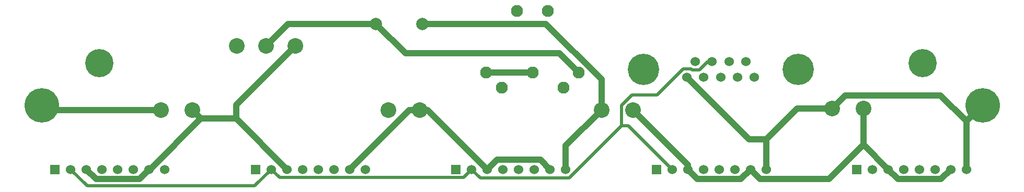
<source format=gbl>
G04 #@! TF.FileFunction,Copper,L2,Bot,Signal*
%FSLAX46Y46*%
G04 Gerber Fmt 4.6, Leading zero omitted, Abs format (unit mm)*
G04 Created by KiCad (PCBNEW 4.0.7-e2-6376~58~ubuntu16.04.1) date Fri Mar  9 14:48:57 2018*
%MOMM*%
%LPD*%
G01*
G04 APERTURE LIST*
%ADD10C,0.150000*%
%ADD11R,1.524000X1.524000*%
%ADD12C,1.524000*%
%ADD13C,5.080000*%
%ADD14C,2.000000*%
%ADD15C,2.540000*%
%ADD16C,1.948180*%
%ADD17C,5.588000*%
%ADD18C,4.572000*%
%ADD19C,1.016000*%
%ADD20C,0.508000*%
G04 APERTURE END LIST*
D10*
D11*
X58064400Y-78486000D03*
D12*
X60604400Y-78486000D03*
X63144400Y-78486000D03*
X65684400Y-78486000D03*
X68224400Y-78486000D03*
X70764400Y-78486000D03*
X73304400Y-78486000D03*
X75844400Y-78486000D03*
D11*
X122987000Y-78486000D03*
D12*
X125527000Y-78486000D03*
X128067000Y-78486000D03*
X130607000Y-78486000D03*
X133147000Y-78486000D03*
X135687000Y-78486000D03*
X138227000Y-78486000D03*
X140767000Y-78486000D03*
D11*
X187909000Y-78486000D03*
D12*
X190449000Y-78486000D03*
X192989000Y-78486000D03*
X195529000Y-78486000D03*
X198069000Y-78486000D03*
X200609000Y-78486000D03*
X203149000Y-78486000D03*
X205689000Y-78486000D03*
D11*
X155448000Y-78486000D03*
D12*
X157988000Y-78486000D03*
X160528000Y-78486000D03*
X163068000Y-78486000D03*
X165608000Y-78486000D03*
X168148000Y-78486000D03*
X170688000Y-78486000D03*
X173228000Y-78486000D03*
D11*
X90525600Y-78486000D03*
D12*
X93065600Y-78486000D03*
X95605600Y-78486000D03*
X98145600Y-78486000D03*
X100685600Y-78486000D03*
X103225600Y-78486000D03*
X105765600Y-78486000D03*
X108305600Y-78486000D03*
X171348400Y-63500000D03*
X168605200Y-63500000D03*
X165862000Y-63500000D03*
X163118800Y-63500000D03*
X160375600Y-63500000D03*
X169976800Y-60960000D03*
X167233600Y-60960000D03*
X164490400Y-60960000D03*
X161747200Y-60960000D03*
D13*
X178384200Y-62230000D03*
X153339800Y-62230000D03*
D14*
X110042000Y-54864000D03*
X117542000Y-54864000D03*
D15*
X96951800Y-58420000D03*
X92202000Y-58420000D03*
X87452200Y-58420000D03*
D16*
X127883920Y-62738000D03*
X135382000Y-62738000D03*
X142880080Y-62738000D03*
X130383280Y-65237360D03*
X140380720Y-65237360D03*
X132882640Y-52738020D03*
X137881360Y-52738020D03*
D17*
X55880000Y-68072000D03*
X208280000Y-68072000D03*
D15*
X80264000Y-68834000D03*
X75184000Y-68834000D03*
X117094000Y-68834000D03*
X112014000Y-68834000D03*
X151638000Y-68834000D03*
X146558000Y-68834000D03*
X188976000Y-68580000D03*
X183896000Y-68580000D03*
D18*
X65214500Y-61264800D03*
X198564000Y-61264800D03*
D19*
X160528000Y-77724000D02*
X160528000Y-78486000D01*
X151638000Y-68834000D02*
X160528000Y-77724000D01*
X194564200Y-80061200D02*
X192989000Y-78486000D01*
X201573800Y-80061200D02*
X194564200Y-80061200D01*
X203149000Y-78486000D02*
X201573800Y-80061200D01*
X64729200Y-80070800D02*
X63144400Y-78486000D01*
X71719600Y-80070800D02*
X64729200Y-80070800D01*
X73304400Y-78486000D02*
X71719600Y-80070800D01*
X129642200Y-76910800D02*
X128067000Y-78486000D01*
X136651800Y-76910800D02*
X129642200Y-76910800D01*
X138227000Y-78486000D02*
X136651800Y-76910800D01*
X118415000Y-68834000D02*
X117094000Y-68834000D01*
X128067000Y-78486000D02*
X118415000Y-68834000D01*
X115417600Y-68834000D02*
X105765600Y-78486000D01*
X117094000Y-68834000D02*
X115417600Y-68834000D01*
X162108500Y-80066500D02*
X160528000Y-78486000D01*
X169107500Y-80066500D02*
X162108500Y-80066500D01*
X170688000Y-78486000D02*
X169107500Y-80066500D01*
X188976000Y-68580000D02*
X188976000Y-74473000D01*
X188976000Y-74473000D02*
X192989000Y-78486000D01*
X183384500Y-80064500D02*
X188976000Y-74473000D01*
X172266500Y-80064500D02*
X183384500Y-80064500D01*
X170688000Y-78486000D02*
X172266500Y-80064500D01*
X80264000Y-68834000D02*
X81686400Y-70256400D01*
X73456900Y-78486000D02*
X73304400Y-78486000D01*
X73456900Y-78485900D02*
X73456900Y-78486000D01*
X81686400Y-70256400D02*
X73456900Y-78485900D01*
X87376000Y-67995800D02*
X87376000Y-70256400D01*
X96951800Y-58420000D02*
X87376000Y-67995800D01*
X95605600Y-78486000D02*
X87376000Y-70256400D01*
X87376000Y-70256400D02*
X81686400Y-70256400D01*
D20*
X150884800Y-71382800D02*
X157988000Y-78486000D01*
X149780200Y-71382800D02*
X150884800Y-71382800D01*
X149780200Y-68069900D02*
X149780200Y-71382800D01*
X151465400Y-66384700D02*
X149780200Y-68069900D01*
X155569200Y-66384700D02*
X151465400Y-66384700D01*
X159790200Y-62163700D02*
X155569200Y-66384700D01*
X161082400Y-62163700D02*
X159790200Y-62163700D01*
X161256300Y-62337600D02*
X161082400Y-62163700D01*
X162412700Y-62337600D02*
X161256300Y-62337600D01*
X163790300Y-60960000D02*
X162412700Y-62337600D01*
X164490400Y-60960000D02*
X163790300Y-60960000D01*
X126907700Y-79866700D02*
X125527000Y-78486000D01*
X141296300Y-79866700D02*
X126907700Y-79866700D01*
X149780200Y-71382800D02*
X141296300Y-79866700D01*
X94391700Y-79812100D02*
X93065600Y-78486000D01*
X124200900Y-79812100D02*
X94391700Y-79812100D01*
X125527000Y-78486000D02*
X124200900Y-79812100D01*
X63279400Y-81161000D02*
X60604400Y-78486000D01*
X90390600Y-81161000D02*
X63279400Y-81161000D01*
X93065600Y-78486000D02*
X90390600Y-81161000D01*
D19*
X56642000Y-68834000D02*
X75184000Y-68834000D01*
X55880000Y-68072000D02*
X56642000Y-68834000D01*
X135382000Y-62738000D02*
X127883900Y-62738000D01*
X186021100Y-66454900D02*
X183896000Y-68580000D01*
X201480900Y-66454900D02*
X186021100Y-66454900D01*
X205689000Y-70663000D02*
X201480900Y-66454900D01*
X208280000Y-68072000D02*
X205689000Y-70663000D01*
X205689000Y-70663000D02*
X205689000Y-78486000D01*
X173228000Y-73627600D02*
X173228000Y-78486000D01*
X178275600Y-68580000D02*
X173228000Y-73627600D01*
X183896000Y-68580000D02*
X178275600Y-68580000D01*
X170503200Y-73627600D02*
X160375600Y-63500000D01*
X173228000Y-73627600D02*
X170503200Y-73627600D01*
X146558000Y-63852200D02*
X146558000Y-68834000D01*
X137569800Y-54864000D02*
X146558000Y-63852200D01*
X117542000Y-54864000D02*
X137569800Y-54864000D01*
X140767000Y-74625000D02*
X140767000Y-78486000D01*
X146558000Y-68834000D02*
X140767000Y-74625000D01*
X95758000Y-54864000D02*
X110042000Y-54864000D01*
X92202000Y-58420000D02*
X95758000Y-54864000D01*
X114806000Y-59628000D02*
X110042000Y-54864000D01*
X139770100Y-59628000D02*
X114806000Y-59628000D01*
X142880100Y-62738000D02*
X139770100Y-59628000D01*
M02*

</source>
